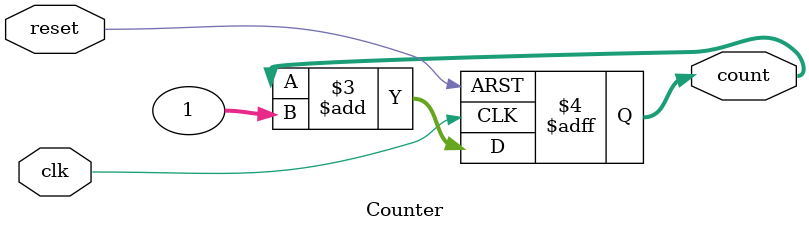
<source format=v>
`timescale 1ns/10ps

module Counter (
   output reg [31:0] count,
	input clk,
	input reset
);

always @(posedge clk, posedge reset) begin: COUNTER_COUNTERLOGIC
    if (reset == 1)
        count <= 0;
    else
        count <= count + 1;
end

endmodule

</source>
